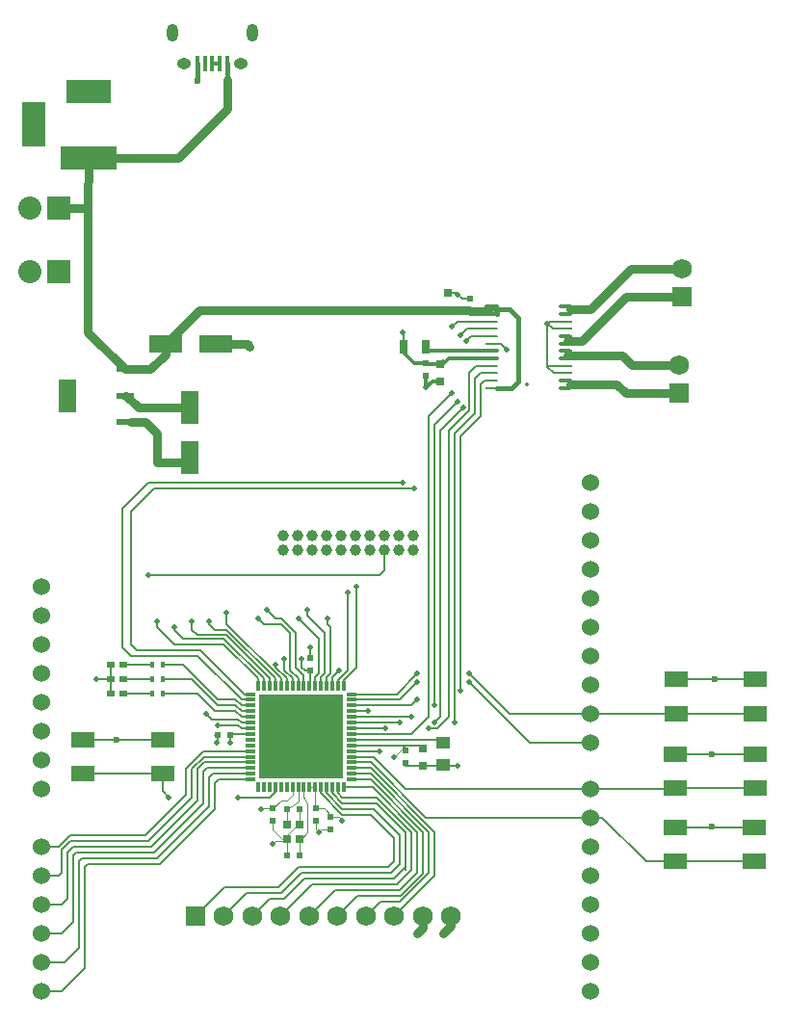
<source format=gtl>
G04 #@! TF.FileFunction,Copper,L1,Top,Signal*
%FSLAX46Y46*%
G04 Gerber Fmt 4.6, Leading zero omitted, Abs format (unit mm)*
G04 Created by KiCad (PCBNEW 4.0.2+dfsg1-stable) date lø. 14. okt. 2017 kl. 00.38 +0200*
%MOMM*%
G01*
G04 APERTURE LIST*
%ADD10C,0.100000*%
%ADD11R,2.000000X1.400000*%
%ADD12C,1.524000*%
%ADD13R,4.000000X2.000000*%
%ADD14R,5.000000X2.000000*%
%ADD15R,2.000000X4.000000*%
%ADD16R,0.600000X0.500000*%
%ADD17R,2.999740X1.600200*%
%ADD18R,1.600200X2.999740*%
%ADD19R,1.250000X1.000000*%
%ADD20R,0.400000X1.350000*%
%ADD21O,1.250000X0.950000*%
%ADD22O,1.000000X1.550000*%
%ADD23R,1.750000X1.750000*%
%ADD24C,1.750000*%
%ADD25C,1.000000*%
%ADD26R,0.700000X1.300000*%
%ADD27R,0.400000X0.600000*%
%ADD28R,0.850000X0.300000*%
%ADD29R,0.300000X0.850000*%
%ADD30R,1.837500X1.837500*%
%ADD31R,0.500000X0.600000*%
%ADD32R,0.750000X0.800000*%
%ADD33R,0.700000X0.500000*%
%ADD34R,2.032000X2.032000*%
%ADD35O,2.032000X2.032000*%
%ADD36R,1.000000X0.220000*%
%ADD37R,0.650000X0.750000*%
%ADD38R,1.600000X0.600000*%
%ADD39R,1.600000X2.900000*%
%ADD40C,0.500000*%
%ADD41C,0.600000*%
%ADD42C,0.300000*%
%ADD43C,0.800000*%
%ADD44C,0.200000*%
%ADD45C,0.400000*%
G04 APERTURE END LIST*
D10*
D11*
X123560000Y-117900000D03*
X123560000Y-120900000D03*
X130560000Y-117900000D03*
X130560000Y-120900000D03*
D12*
X67818000Y-109728000D03*
X67818000Y-114808000D03*
X67818000Y-117348000D03*
X67818000Y-119888000D03*
X67818000Y-122428000D03*
X67818000Y-124968000D03*
X67818000Y-127508000D03*
X67818000Y-132588000D03*
X67818000Y-135128000D03*
X67818000Y-137668000D03*
X67818000Y-140208000D03*
X67818000Y-142748000D03*
X67818000Y-145288000D03*
X116078000Y-145288000D03*
X116078000Y-142748000D03*
X116078000Y-140208000D03*
X116078000Y-137668000D03*
X116078000Y-135128000D03*
X116078000Y-132588000D03*
X116078000Y-130048000D03*
X116078000Y-127508000D03*
X116078000Y-123444000D03*
X116078000Y-120904000D03*
X116078000Y-118364000D03*
X116078000Y-115824000D03*
X116078000Y-113284000D03*
X116078000Y-110744000D03*
X116078000Y-108204000D03*
X116078000Y-105664000D03*
X116078000Y-103124000D03*
X116078000Y-100584000D03*
X67818000Y-112268000D03*
D13*
X71900000Y-66250000D03*
D14*
X71900000Y-72100000D03*
D15*
X67100000Y-69100000D03*
D16*
X89366000Y-129286000D03*
X90466000Y-129286000D03*
D17*
X78700360Y-88410000D03*
X83099640Y-88410000D03*
D18*
X80850000Y-94010360D03*
X80850000Y-98409640D03*
D19*
X103124000Y-123460000D03*
X103124000Y-125460000D03*
D20*
X84104900Y-63792540D03*
X83454900Y-63792540D03*
X82804900Y-63792540D03*
X82154900Y-63792540D03*
X81504900Y-63792540D03*
D21*
X85304900Y-63792540D03*
X80304900Y-63792540D03*
D22*
X86304900Y-61092540D03*
X79304900Y-61092540D03*
D23*
X123850000Y-92760000D03*
D24*
X123850000Y-90260000D03*
D23*
X124050000Y-84310000D03*
D24*
X124050000Y-81810000D03*
D25*
X89027000Y-105283000D03*
X89027000Y-106553000D03*
X90297000Y-105283000D03*
X90297000Y-106553000D03*
X91567000Y-105283000D03*
X91567000Y-106553000D03*
X92837000Y-105283000D03*
X92837000Y-106553000D03*
X94107000Y-105283000D03*
X94107000Y-106553000D03*
X95377000Y-105283000D03*
X95377000Y-106553000D03*
X96647000Y-105283000D03*
X96647000Y-106553000D03*
X97917000Y-105283000D03*
X97917000Y-106553000D03*
X99187000Y-105283000D03*
X99187000Y-106553000D03*
X100457000Y-105283000D03*
X100457000Y-106553000D03*
D23*
X81300000Y-138700000D03*
D24*
X83800000Y-138700000D03*
X86300000Y-138700000D03*
X88800000Y-138700000D03*
X91300000Y-138700000D03*
X93800000Y-138700000D03*
X96300000Y-138700000D03*
X98800000Y-138700000D03*
X101300000Y-138700000D03*
X103800000Y-138700000D03*
D26*
X101534000Y-88646000D03*
X99634000Y-88646000D03*
D27*
X78428000Y-116586000D03*
X77528000Y-116586000D03*
X78428000Y-117856000D03*
X77528000Y-117856000D03*
X78428000Y-119126000D03*
X77528000Y-119126000D03*
D28*
X86150000Y-119200000D03*
X86150000Y-119700000D03*
X86150000Y-120200000D03*
X86150000Y-120700000D03*
X86150000Y-121200000D03*
X86150000Y-121700000D03*
X86150000Y-122200000D03*
X86150000Y-122700000D03*
X86150000Y-123200000D03*
X86150000Y-123700000D03*
X86150000Y-124200000D03*
X86150000Y-124700000D03*
X86150000Y-125200000D03*
X86150000Y-125700000D03*
X86150000Y-126200000D03*
X86150000Y-126700000D03*
D29*
X86850000Y-127400000D03*
X87350000Y-127400000D03*
X87850000Y-127400000D03*
X88350000Y-127400000D03*
X88850000Y-127400000D03*
X89350000Y-127400000D03*
X89850000Y-127400000D03*
X90350000Y-127400000D03*
X90850000Y-127400000D03*
X91350000Y-127400000D03*
X91850000Y-127400000D03*
X92350000Y-127400000D03*
X92850000Y-127400000D03*
X93350000Y-127400000D03*
X93850000Y-127400000D03*
X94350000Y-127400000D03*
D28*
X95050000Y-126700000D03*
X95050000Y-126200000D03*
X95050000Y-125700000D03*
X95050000Y-125200000D03*
X95050000Y-124700000D03*
X95050000Y-124200000D03*
X95050000Y-123700000D03*
X95050000Y-123200000D03*
X95050000Y-122700000D03*
X95050000Y-122200000D03*
X95050000Y-121700000D03*
X95050000Y-121200000D03*
X95050000Y-120700000D03*
X95050000Y-120200000D03*
X95050000Y-119700000D03*
X95050000Y-119200000D03*
D29*
X94350000Y-118500000D03*
X93850000Y-118500000D03*
X93350000Y-118500000D03*
X92850000Y-118500000D03*
X92350000Y-118500000D03*
X91850000Y-118500000D03*
X91350000Y-118500000D03*
X90850000Y-118500000D03*
X90350000Y-118500000D03*
X89850000Y-118500000D03*
X89350000Y-118500000D03*
X88850000Y-118500000D03*
X88350000Y-118500000D03*
X87850000Y-118500000D03*
X87350000Y-118500000D03*
X86850000Y-118500000D03*
D30*
X93356250Y-125706250D03*
X93356250Y-123868750D03*
X93356250Y-122031250D03*
X93356250Y-120193750D03*
X91518750Y-125706250D03*
X91518750Y-123868750D03*
X91518750Y-122031250D03*
X91518750Y-120193750D03*
X89681250Y-125706250D03*
X89681250Y-123868750D03*
X89681250Y-122031250D03*
X89681250Y-120193750D03*
X87843750Y-125706250D03*
X87843750Y-123868750D03*
X87843750Y-122031250D03*
X87843750Y-120193750D03*
D16*
X90466000Y-133350000D03*
X89366000Y-133350000D03*
D31*
X101600000Y-90128000D03*
X101600000Y-91228000D03*
D32*
X102870000Y-90182000D03*
X102870000Y-91682000D03*
X103550000Y-85460000D03*
X103550000Y-83960000D03*
D31*
X105500000Y-85560000D03*
X105500000Y-84460000D03*
X91948000Y-129244000D03*
X91948000Y-130344000D03*
X88138000Y-129244000D03*
X88138000Y-130344000D03*
X91440000Y-117136000D03*
X91440000Y-116036000D03*
X93218000Y-130006000D03*
X93218000Y-131106000D03*
D16*
X84350000Y-122800000D03*
X83250000Y-122800000D03*
D31*
X99822000Y-124164000D03*
X99822000Y-125264000D03*
D32*
X101346000Y-123964000D03*
X101346000Y-125464000D03*
D33*
X73872000Y-116586000D03*
X74972000Y-116586000D03*
X73872000Y-117856000D03*
X74972000Y-117856000D03*
X73872000Y-119126000D03*
X74972000Y-119126000D03*
D34*
X69342000Y-82042000D03*
D35*
X66802000Y-82042000D03*
D34*
X69342000Y-76454000D03*
D35*
X66802000Y-76454000D03*
D36*
X107350000Y-92285000D03*
X113950000Y-92285000D03*
X107350000Y-91635000D03*
X113950000Y-91635000D03*
X107350000Y-90985000D03*
X113950000Y-90985000D03*
X107350000Y-90335000D03*
X113950000Y-90335000D03*
X107350000Y-89685000D03*
X113950000Y-89685000D03*
X107350000Y-89035000D03*
X113950000Y-89035000D03*
X107350000Y-88385000D03*
X113950000Y-88385000D03*
X107350000Y-87735000D03*
X113950000Y-87735000D03*
X107350000Y-87085000D03*
X113950000Y-87085000D03*
X107350000Y-86435000D03*
X113950000Y-86435000D03*
X107350000Y-85785000D03*
X113950000Y-85785000D03*
X107350000Y-85135000D03*
X113950000Y-85135000D03*
D11*
X123460000Y-130880000D03*
X123460000Y-133880000D03*
X130460000Y-130880000D03*
X130460000Y-133880000D03*
X123500000Y-124484000D03*
X123500000Y-127484000D03*
X130500000Y-124484000D03*
X130500000Y-127484000D03*
X71430000Y-123214000D03*
X71430000Y-126214000D03*
X78430000Y-123214000D03*
X78430000Y-126214000D03*
D37*
X90441000Y-130668000D03*
X89391000Y-130668000D03*
X90441000Y-131968000D03*
X89391000Y-131968000D03*
D38*
X75150000Y-95260000D03*
D39*
X70100000Y-92960000D03*
D38*
X75150000Y-92960000D03*
X75150000Y-90660000D03*
D40*
X83200000Y-123500000D03*
D41*
X77978000Y-98806000D03*
X74422000Y-123190000D03*
D40*
X108712000Y-88900000D03*
D41*
X81534000Y-65278000D03*
X86106000Y-88646000D03*
D40*
X104394000Y-84074000D03*
X101600000Y-92202000D03*
X112268000Y-86614000D03*
X91440000Y-115062000D03*
X72644000Y-117856000D03*
X92202000Y-131318000D03*
X88138000Y-132334000D03*
X87843750Y-123868750D03*
X104394000Y-125476000D03*
D41*
X103124000Y-140208000D03*
X76300000Y-94000000D03*
D40*
X84400000Y-123500000D03*
D41*
X126746000Y-130810000D03*
X126746000Y-124460000D03*
X127000000Y-117856000D03*
D40*
X98806000Y-124714000D03*
X99568000Y-87376000D03*
X90678000Y-116078000D03*
X94234000Y-130302000D03*
X87122000Y-129286000D03*
D41*
X100838000Y-140208000D03*
D40*
X96520000Y-120650000D03*
X105410000Y-118110000D03*
X100838000Y-118110000D03*
X105410000Y-117348000D03*
X100838000Y-117348000D03*
X77978000Y-112776000D03*
X89154000Y-116078000D03*
X88392000Y-116586000D03*
X77216000Y-108712000D03*
X85090000Y-128270000D03*
X78994000Y-128270000D03*
X100838000Y-119634000D03*
X104648000Y-118872000D03*
X104140000Y-121666000D03*
X97536000Y-124206000D03*
X98044000Y-122174000D03*
X101854000Y-122174000D03*
X99314000Y-121666000D03*
X102362000Y-121666000D03*
X104902000Y-93980000D03*
X105156000Y-88138000D03*
X100330000Y-121158000D03*
X102362000Y-120142000D03*
X104394000Y-93472000D03*
X104648000Y-87630000D03*
X103886000Y-92710000D03*
X103886000Y-86868000D03*
X95504000Y-109728000D03*
X94742000Y-110236000D03*
X93980000Y-117094000D03*
X100584000Y-101092000D03*
X99568000Y-100584000D03*
X87630000Y-111760000D03*
X86868000Y-112522000D03*
X84074000Y-112014000D03*
X82550000Y-112776000D03*
X81026000Y-112776000D03*
X79502000Y-113284000D03*
X92964000Y-112522000D03*
X91186000Y-111760000D03*
X90424000Y-112522000D03*
X82296000Y-120904000D03*
X83312000Y-121920000D03*
D42*
X110450000Y-91985000D02*
X110425000Y-91960000D01*
D43*
X71882000Y-87392000D02*
X75150000Y-90660000D01*
X71882000Y-85217000D02*
X71882000Y-87392000D01*
X77361000Y-90660000D02*
X75150000Y-90660000D01*
X78700360Y-88410000D02*
X78700360Y-89320640D01*
X78700360Y-89320640D02*
X77361000Y-90660000D01*
D44*
X75150000Y-90660000D02*
X75150000Y-90517000D01*
D43*
X71882000Y-85217000D02*
X71882000Y-76454000D01*
X71882000Y-85092000D02*
X71882000Y-85217000D01*
X71900000Y-72100000D02*
X79800000Y-72100000D01*
X84104900Y-67795100D02*
X84104900Y-65247100D01*
X79800000Y-72100000D02*
X84104900Y-67795100D01*
X69342000Y-76454000D02*
X71882000Y-76454000D01*
D45*
X107850000Y-85785000D02*
X107850000Y-85344000D01*
X107850000Y-85344000D02*
X107950000Y-85344000D01*
D42*
X107850000Y-85785000D02*
X107001000Y-85785000D01*
X107001000Y-85785000D02*
X106934000Y-85718000D01*
X106934000Y-85718000D02*
X106934000Y-85090000D01*
X106934000Y-85090000D02*
X106979000Y-85135000D01*
X106979000Y-85135000D02*
X107850000Y-85135000D01*
D45*
X107850000Y-92285000D02*
X109137000Y-92285000D01*
X108966000Y-85344000D02*
X107950000Y-85344000D01*
X109728000Y-86106000D02*
X108966000Y-85344000D01*
X109728000Y-91694000D02*
X109728000Y-86106000D01*
X109137000Y-92285000D02*
X109728000Y-91694000D01*
X107950000Y-85344000D02*
X107696000Y-85344000D01*
X106426000Y-85560000D02*
X106426000Y-85598000D01*
X106426000Y-85598000D02*
X106426000Y-85560000D01*
X84104900Y-63792540D02*
X84104900Y-65247100D01*
X84104900Y-65247100D02*
X84074000Y-65278000D01*
D43*
X103550000Y-85460000D02*
X81650360Y-85460000D01*
X81650360Y-85460000D02*
X78700360Y-88410000D01*
X103550000Y-85460000D02*
X105400000Y-85460000D01*
X105400000Y-85460000D02*
X105500000Y-85560000D01*
X105500000Y-85560000D02*
X106426000Y-85560000D01*
X106426000Y-85560000D02*
X106972000Y-85560000D01*
X106972000Y-85560000D02*
X107188000Y-85344000D01*
X71900000Y-72100000D02*
X71882000Y-76454000D01*
D44*
X83250000Y-122800000D02*
X83250000Y-123450000D01*
X83250000Y-123450000D02*
X83200000Y-123500000D01*
D43*
X77978000Y-96266000D02*
X76962000Y-95250000D01*
X77978000Y-98806000D02*
X80453640Y-98806000D01*
X75692000Y-95250000D02*
X76962000Y-95250000D01*
X77978000Y-98806000D02*
X77978000Y-96266000D01*
D44*
X71430000Y-123214000D02*
X74398000Y-123214000D01*
X74446000Y-123214000D02*
X74422000Y-123190000D01*
X74446000Y-123214000D02*
X78430000Y-123214000D01*
X74398000Y-123214000D02*
X74422000Y-123190000D01*
X107850000Y-88385000D02*
X108197000Y-88385000D01*
X108197000Y-88385000D02*
X108712000Y-88900000D01*
X105500000Y-84460000D02*
X104780000Y-84460000D01*
X104780000Y-84460000D02*
X104394000Y-84074000D01*
D45*
X81504900Y-63792540D02*
X81504900Y-65307100D01*
X81504900Y-65307100D02*
X81534000Y-65278000D01*
D43*
X83099640Y-88410000D02*
X85870000Y-88410000D01*
X85870000Y-88410000D02*
X86106000Y-88646000D01*
D44*
X104280000Y-83960000D02*
X103550000Y-83960000D01*
X104280000Y-83960000D02*
X104394000Y-84074000D01*
X104780000Y-84460000D02*
X104394000Y-84074000D01*
D42*
X102870000Y-91682000D02*
X102120000Y-91682000D01*
X101600000Y-92202000D02*
X101600000Y-91228000D01*
X102120000Y-91682000D02*
X101600000Y-92202000D01*
D44*
X113450000Y-90335000D02*
X112268000Y-90335000D01*
X112268000Y-90335000D02*
X112268000Y-90424000D01*
X113450000Y-90985000D02*
X112829000Y-90985000D01*
X112268000Y-90424000D02*
X112268000Y-86614000D01*
X112829000Y-90985000D02*
X112268000Y-90424000D01*
X113450000Y-87085000D02*
X112739000Y-87085000D01*
X112447000Y-86435000D02*
X112268000Y-86614000D01*
X112447000Y-86435000D02*
X113450000Y-86435000D01*
X112739000Y-87085000D02*
X112268000Y-86614000D01*
D43*
X80453640Y-98806000D02*
X80850000Y-98409640D01*
D44*
X83250000Y-122800000D02*
X83038000Y-122800000D01*
X101346000Y-125464000D02*
X100342000Y-125464000D01*
X91440000Y-116036000D02*
X91440000Y-115062000D01*
X73872000Y-117856000D02*
X72644000Y-117856000D01*
X73872000Y-117856000D02*
X73872000Y-116586000D01*
X73872000Y-119126000D02*
X73872000Y-117856000D01*
D10*
X90466000Y-129286000D02*
X90466000Y-130528000D01*
X90466000Y-130528000D02*
X89391000Y-131603000D01*
X89391000Y-131603000D02*
X89391000Y-132083000D01*
X93218000Y-131106000D02*
X92414000Y-131106000D01*
X91948000Y-131064000D02*
X92202000Y-131318000D01*
X91948000Y-131064000D02*
X91948000Y-130344000D01*
X92414000Y-131106000D02*
X92202000Y-131318000D01*
X89391000Y-132083000D02*
X88389000Y-132083000D01*
X88389000Y-132083000D02*
X88138000Y-132334000D01*
X89391000Y-132083000D02*
X89157000Y-132083000D01*
X88138000Y-131064000D02*
X88138000Y-130344000D01*
X89157000Y-132083000D02*
X88138000Y-131064000D01*
X89366000Y-133350000D02*
X89366000Y-132108000D01*
X90441000Y-129311000D02*
X90466000Y-129286000D01*
D44*
X87843750Y-125706250D02*
X87843750Y-123868750D01*
X99822000Y-125464000D02*
X100342000Y-125464000D01*
X100342000Y-125464000D02*
X103120000Y-125464000D01*
X103120000Y-125464000D02*
X103132000Y-125476000D01*
X103132000Y-125476000D02*
X104394000Y-125476000D01*
D10*
X87843750Y-120193750D02*
X89681250Y-120193750D01*
X89681250Y-120193750D02*
X91518750Y-120193750D01*
X91518750Y-120193750D02*
X93356250Y-120193750D01*
X93356250Y-120193750D02*
X93356250Y-122031250D01*
X93356250Y-122031250D02*
X91518750Y-122031250D01*
X91518750Y-122031250D02*
X89681250Y-122031250D01*
X89681250Y-122031250D02*
X87843750Y-122031250D01*
X87843750Y-122031250D02*
X87843750Y-123868750D01*
X87843750Y-123868750D02*
X89681250Y-123868750D01*
X89681250Y-123868750D02*
X91518750Y-123868750D01*
X91518750Y-123868750D02*
X93356250Y-123868750D01*
X93356250Y-123868750D02*
X93356250Y-125706250D01*
X93356250Y-125706250D02*
X91518750Y-125706250D01*
X91518750Y-125706250D02*
X89681250Y-125706250D01*
X89681250Y-125706250D02*
X87843750Y-125706250D01*
X91518750Y-122031250D02*
X89681250Y-122031250D01*
D43*
X103800000Y-138700000D02*
X103800000Y-139532000D01*
X103800000Y-139532000D02*
X103124000Y-140208000D01*
D10*
X89366000Y-133350000D02*
X89154000Y-133350000D01*
X89391000Y-132083000D02*
X89391000Y-132097000D01*
D43*
X75150000Y-92960000D02*
X75260000Y-92960000D01*
X75260000Y-92960000D02*
X76300000Y-94000000D01*
X80850000Y-94010360D02*
X76310360Y-94010360D01*
X76310360Y-94010360D02*
X76300000Y-94000000D01*
D44*
X86150000Y-122700000D02*
X84450000Y-122700000D01*
X84450000Y-122700000D02*
X84350000Y-122800000D01*
X84350000Y-122800000D02*
X84350000Y-123450000D01*
X84350000Y-123450000D02*
X84400000Y-123500000D01*
X130460000Y-130880000D02*
X126816000Y-130880000D01*
X126676000Y-130880000D02*
X126746000Y-130810000D01*
X126676000Y-130880000D02*
X123460000Y-130880000D01*
X126816000Y-130880000D02*
X126746000Y-130810000D01*
X130500000Y-124484000D02*
X126770000Y-124484000D01*
X126722000Y-124484000D02*
X126746000Y-124460000D01*
X126722000Y-124484000D02*
X123500000Y-124484000D01*
X126770000Y-124484000D02*
X126746000Y-124460000D01*
X130560000Y-117900000D02*
X127044000Y-117900000D01*
X126956000Y-117900000D02*
X127000000Y-117856000D01*
X126956000Y-117900000D02*
X123560000Y-117900000D01*
X127044000Y-117900000D02*
X127000000Y-117856000D01*
D10*
X99556000Y-123964000D02*
X98806000Y-124714000D01*
X99822000Y-123964000D02*
X99556000Y-123964000D01*
D44*
X95050000Y-123700000D02*
X99568000Y-123700000D01*
D42*
X99634000Y-88646000D02*
X99634000Y-89220000D01*
X99634000Y-89220000D02*
X100542000Y-90128000D01*
X100542000Y-90128000D02*
X101600000Y-90128000D01*
X102870000Y-90182000D02*
X103112000Y-90182000D01*
X103112000Y-90182000D02*
X103609000Y-89685000D01*
X103609000Y-89685000D02*
X107850000Y-89685000D01*
D44*
X99634000Y-88646000D02*
X99634000Y-87442000D01*
X99634000Y-87442000D02*
X99568000Y-87376000D01*
D42*
X102870000Y-90182000D02*
X101654000Y-90182000D01*
X101654000Y-90182000D02*
X101600000Y-90128000D01*
X103113000Y-89939000D02*
X102870000Y-90182000D01*
D44*
X84368000Y-122818000D02*
X84350000Y-122800000D01*
X99568000Y-123700000D02*
X101082000Y-123700000D01*
X101082000Y-123700000D02*
X101346000Y-123964000D01*
X91440000Y-117136000D02*
X90974000Y-117136000D01*
X90678000Y-116840000D02*
X90678000Y-116078000D01*
X90974000Y-117136000D02*
X90678000Y-116840000D01*
D10*
X93218000Y-130006000D02*
X93938000Y-130006000D01*
X93938000Y-130006000D02*
X94234000Y-130302000D01*
X93218000Y-130006000D02*
X93218000Y-129794000D01*
X93218000Y-129794000D02*
X92668000Y-129244000D01*
X92668000Y-129244000D02*
X91948000Y-129244000D01*
X91948000Y-129244000D02*
X91850000Y-129146000D01*
X91850000Y-129146000D02*
X91850000Y-127400000D01*
X91850000Y-127400000D02*
X91350000Y-127400000D01*
X88138000Y-129244000D02*
X87164000Y-129244000D01*
X87164000Y-129244000D02*
X87122000Y-129286000D01*
X89850000Y-127400000D02*
X89850000Y-128082000D01*
X88858000Y-128524000D02*
X88138000Y-129244000D01*
X89408000Y-128524000D02*
X88858000Y-128524000D01*
X89850000Y-128082000D02*
X89408000Y-128524000D01*
D44*
X91440000Y-117136000D02*
X91440000Y-118410000D01*
X91440000Y-118410000D02*
X91350000Y-118500000D01*
X86132000Y-122682000D02*
X86150000Y-122700000D01*
X99568000Y-123700000D02*
X99558000Y-123700000D01*
X99558000Y-123700000D02*
X99822000Y-123964000D01*
D43*
X101300000Y-138700000D02*
X101300000Y-139746000D01*
X101300000Y-139746000D02*
X100838000Y-140208000D01*
X123850000Y-92760000D02*
X119176000Y-92760000D01*
X118364000Y-91948000D02*
X114300000Y-91948000D01*
X119176000Y-92760000D02*
X118364000Y-91948000D01*
D42*
X113450000Y-92285000D02*
X114217000Y-92285000D01*
X114241000Y-91635000D02*
X113450000Y-91635000D01*
X114300000Y-91694000D02*
X114241000Y-91635000D01*
X114300000Y-92202000D02*
X114300000Y-91948000D01*
X114300000Y-91948000D02*
X114300000Y-91694000D01*
X114217000Y-92285000D02*
X114300000Y-92202000D01*
D43*
X123850000Y-90260000D02*
X119724000Y-90260000D01*
X118872000Y-89408000D02*
X114046000Y-89408000D01*
X119724000Y-90260000D02*
X118872000Y-89408000D01*
D42*
X113450000Y-89685000D02*
X114277000Y-89685000D01*
X114181000Y-89035000D02*
X113450000Y-89035000D01*
X114300000Y-89154000D02*
X114181000Y-89035000D01*
X114300000Y-89662000D02*
X114300000Y-89154000D01*
X114277000Y-89685000D02*
X114300000Y-89662000D01*
D43*
X124050000Y-81810000D02*
X119612000Y-81810000D01*
X116078000Y-85344000D02*
X114300000Y-85344000D01*
X119612000Y-81810000D02*
X116078000Y-85344000D01*
D42*
X113450000Y-85785000D02*
X114233000Y-85785000D01*
X114255000Y-85135000D02*
X113450000Y-85135000D01*
X114300000Y-85090000D02*
X114255000Y-85135000D01*
X114300000Y-85718000D02*
X114300000Y-85344000D01*
X114300000Y-85344000D02*
X114300000Y-85090000D01*
X114233000Y-85785000D02*
X114300000Y-85718000D01*
D43*
X124050000Y-84310000D02*
X119144000Y-84310000D01*
X115316000Y-88138000D02*
X114046000Y-88138000D01*
X119144000Y-84310000D02*
X115316000Y-88138000D01*
D42*
X113450000Y-88385000D02*
X114293000Y-88385000D01*
X114151000Y-87735000D02*
X113450000Y-87735000D01*
X114300000Y-87884000D02*
X114151000Y-87735000D01*
X114300000Y-88378000D02*
X114300000Y-87884000D01*
X114293000Y-88385000D02*
X114300000Y-88378000D01*
D44*
X95050000Y-120700000D02*
X96470000Y-120700000D01*
X96470000Y-120700000D02*
X96520000Y-120650000D01*
X95050000Y-119700000D02*
X99248000Y-119700000D01*
X110744000Y-123444000D02*
X116078000Y-123444000D01*
X105410000Y-118110000D02*
X110744000Y-123444000D01*
X99248000Y-119700000D02*
X100838000Y-118110000D01*
X116078000Y-120904000D02*
X123556000Y-120904000D01*
X123556000Y-120904000D02*
X123560000Y-120900000D01*
X123560000Y-120900000D02*
X130560000Y-120900000D01*
X95050000Y-119200000D02*
X98986000Y-119200000D01*
X108966000Y-120904000D02*
X116078000Y-120904000D01*
X105410000Y-117348000D02*
X108966000Y-120904000D01*
X98986000Y-119200000D02*
X100838000Y-117348000D01*
X123460000Y-133880000D02*
X130460000Y-133880000D01*
X116078000Y-130048000D02*
X117094000Y-130048000D01*
X120926000Y-133880000D02*
X123460000Y-133880000D01*
X117094000Y-130048000D02*
X120926000Y-133880000D01*
X95050000Y-125200000D02*
X96752000Y-125200000D01*
X101600000Y-130048000D02*
X116078000Y-130048000D01*
X96752000Y-125200000D02*
X101600000Y-130048000D01*
X86850000Y-118500000D02*
X86850000Y-117838000D01*
X77978000Y-113284000D02*
X77978000Y-112776000D01*
X79502000Y-114808000D02*
X77978000Y-113284000D01*
X83820000Y-114808000D02*
X79502000Y-114808000D01*
X86850000Y-117838000D02*
X83820000Y-114808000D01*
X86150000Y-126200000D02*
X82842000Y-126200000D01*
X69850000Y-142748000D02*
X67818000Y-142748000D01*
X71120000Y-141478000D02*
X69850000Y-142748000D01*
X71120000Y-133858000D02*
X71120000Y-141478000D01*
X71374000Y-133604000D02*
X71120000Y-133858000D01*
X77978000Y-133604000D02*
X71374000Y-133604000D01*
X82550000Y-129032000D02*
X77978000Y-133604000D01*
X82550000Y-126492000D02*
X82550000Y-129032000D01*
X82842000Y-126200000D02*
X82550000Y-126492000D01*
X86150000Y-126700000D02*
X83358000Y-126700000D01*
X69596000Y-145288000D02*
X67818000Y-145288000D01*
X71628000Y-143256000D02*
X69596000Y-145288000D01*
X71628000Y-134366000D02*
X71628000Y-143256000D01*
X71882000Y-134112000D02*
X71628000Y-134366000D01*
X78232000Y-134112000D02*
X71882000Y-134112000D01*
X83058000Y-129286000D02*
X78232000Y-134112000D01*
X83058000Y-127000000D02*
X83058000Y-129286000D01*
X83358000Y-126700000D02*
X83058000Y-127000000D01*
X89850000Y-118500000D02*
X89850000Y-117790000D01*
X89154000Y-117094000D02*
X89154000Y-116078000D01*
X89850000Y-117790000D02*
X89154000Y-117094000D01*
X89350000Y-118500000D02*
X89350000Y-117798000D01*
X88392000Y-116840000D02*
X88392000Y-116586000D01*
X89350000Y-117798000D02*
X88392000Y-116840000D01*
X78430000Y-126214000D02*
X71430000Y-126214000D01*
X91694000Y-108712000D02*
X97536000Y-108712000D01*
X97536000Y-108712000D02*
X97790000Y-108458000D01*
X97917000Y-106553000D02*
X97917000Y-108331000D01*
X97917000Y-108331000D02*
X97790000Y-108458000D01*
X77216000Y-108712000D02*
X77470000Y-108712000D01*
X77470000Y-108712000D02*
X91694000Y-108712000D01*
X88350000Y-127400000D02*
X88350000Y-127804000D01*
X88350000Y-127804000D02*
X87884000Y-128270000D01*
X87884000Y-128270000D02*
X85598000Y-128270000D01*
X85598000Y-128270000D02*
X85090000Y-128270000D01*
X78994000Y-128270000D02*
X78450000Y-127726000D01*
X78450000Y-127726000D02*
X78450000Y-126403000D01*
X107850000Y-91635000D02*
X106739000Y-91635000D01*
X106739000Y-91635000D02*
X106426000Y-91948000D01*
X100838000Y-119634000D02*
X100330000Y-120142000D01*
X100330000Y-120142000D02*
X95108000Y-120142000D01*
X95108000Y-120142000D02*
X95050000Y-120200000D01*
X104648000Y-96520000D02*
X104648000Y-118872000D01*
X106426000Y-94742000D02*
X104648000Y-96520000D01*
X106426000Y-91948000D02*
X106426000Y-94742000D01*
X95050000Y-124200000D02*
X96272000Y-124200000D01*
X97536000Y-124206000D02*
X96272000Y-124200000D01*
X107850000Y-90985000D02*
X106373000Y-90985000D01*
X104140000Y-96266000D02*
X104140000Y-121666000D01*
X105918000Y-94488000D02*
X104140000Y-96266000D01*
X105918000Y-91440000D02*
X105918000Y-94488000D01*
X106373000Y-90985000D02*
X105918000Y-91440000D01*
X107850000Y-90335000D02*
X106007000Y-90335000D01*
X103632000Y-96012000D02*
X103632000Y-121158000D01*
X105410000Y-94234000D02*
X103632000Y-96012000D01*
X105410000Y-90932000D02*
X105410000Y-94234000D01*
X106007000Y-90335000D02*
X105410000Y-90932000D01*
X98018000Y-122200000D02*
X95050000Y-122200000D01*
X98044000Y-122174000D02*
X98018000Y-122200000D01*
X102616000Y-122174000D02*
X101854000Y-122174000D01*
X103632000Y-121158000D02*
X102616000Y-122174000D01*
X107850000Y-87735000D02*
X105559000Y-87735000D01*
X99280000Y-121700000D02*
X95050000Y-121700000D01*
X99314000Y-121666000D02*
X99280000Y-121700000D01*
X102870000Y-121158000D02*
X102362000Y-121666000D01*
X102870000Y-96012000D02*
X102870000Y-121158000D01*
X104902000Y-93980000D02*
X102870000Y-96012000D01*
X105559000Y-87735000D02*
X105156000Y-88138000D01*
X107850000Y-87085000D02*
X105193000Y-87085000D01*
X100288000Y-121200000D02*
X95050000Y-121200000D01*
X100330000Y-121158000D02*
X100288000Y-121200000D01*
X102362000Y-95504000D02*
X102362000Y-120142000D01*
X104394000Y-93472000D02*
X102362000Y-95504000D01*
X105156000Y-87122000D02*
X104648000Y-87630000D01*
X105193000Y-87085000D02*
X105156000Y-87122000D01*
X101854000Y-94742000D02*
X101854000Y-121158000D01*
X103886000Y-92710000D02*
X101854000Y-94742000D01*
X104319000Y-86435000D02*
X103886000Y-86868000D01*
X101854000Y-121158000D02*
X100312000Y-122700000D01*
X95050000Y-122700000D02*
X100312000Y-122700000D01*
X104319000Y-86435000D02*
X107850000Y-86435000D01*
X67818000Y-132588000D02*
X69342000Y-132588000D01*
X82048000Y-124200000D02*
X86150000Y-124200000D01*
X80518000Y-125730000D02*
X82048000Y-124200000D01*
X80518000Y-128016000D02*
X80518000Y-125730000D01*
X76962000Y-131572000D02*
X80518000Y-128016000D01*
X70358000Y-131572000D02*
X76962000Y-131572000D01*
X69342000Y-132588000D02*
X70358000Y-131572000D01*
X86150000Y-124700000D02*
X82056000Y-124700000D01*
X69342000Y-135128000D02*
X67818000Y-135128000D01*
X69596000Y-134874000D02*
X69342000Y-135128000D01*
X69596000Y-132842000D02*
X69596000Y-134874000D01*
X70358000Y-132080000D02*
X69596000Y-132842000D01*
X77216000Y-132080000D02*
X70358000Y-132080000D01*
X81026000Y-128270000D02*
X77216000Y-132080000D01*
X81026000Y-125730000D02*
X81026000Y-128270000D01*
X82056000Y-124700000D02*
X81026000Y-125730000D01*
X86150000Y-125200000D02*
X82064000Y-125200000D01*
X69596000Y-137668000D02*
X67818000Y-137668000D01*
X70104000Y-137160000D02*
X69596000Y-137668000D01*
X70104000Y-133096000D02*
X70104000Y-137160000D01*
X70612000Y-132588000D02*
X70104000Y-133096000D01*
X77470000Y-132588000D02*
X70612000Y-132588000D01*
X81534000Y-128524000D02*
X77470000Y-132588000D01*
X81534000Y-125730000D02*
X81534000Y-128524000D01*
X82064000Y-125200000D02*
X81534000Y-125730000D01*
X71120000Y-133096000D02*
X77470000Y-133096000D01*
X71120000Y-133096000D02*
X70866000Y-133096000D01*
X70866000Y-133096000D02*
X70612000Y-133350000D01*
X70612000Y-133350000D02*
X70612000Y-139192000D01*
X70612000Y-139192000D02*
X69596000Y-140208000D01*
X67818000Y-140208000D02*
X69596000Y-140208000D01*
X82326000Y-125700000D02*
X86150000Y-125700000D01*
X82042000Y-125984000D02*
X82326000Y-125700000D01*
X82042000Y-128778000D02*
X82042000Y-125984000D01*
X77724000Y-133096000D02*
X82042000Y-128778000D01*
X77470000Y-133096000D02*
X77724000Y-133096000D01*
X123500000Y-127484000D02*
X130500000Y-127484000D01*
X116078000Y-127508000D02*
X123476000Y-127508000D01*
X123476000Y-127508000D02*
X123500000Y-127484000D01*
X95050000Y-124700000D02*
X97014000Y-124700000D01*
X99822000Y-127508000D02*
X116078000Y-127508000D01*
X97014000Y-124700000D02*
X99822000Y-127508000D01*
X94350000Y-118500000D02*
X94350000Y-117994000D01*
X95504000Y-116840000D02*
X95504000Y-109728000D01*
X94350000Y-117994000D02*
X95504000Y-116840000D01*
X93850000Y-118500000D02*
X93850000Y-117986000D01*
X94742000Y-117094000D02*
X94742000Y-110236000D01*
X93850000Y-117986000D02*
X94742000Y-117094000D01*
X93350000Y-118500000D02*
X93350000Y-117724000D01*
X93350000Y-117724000D02*
X93980000Y-117094000D01*
X77528000Y-116586000D02*
X74972000Y-116586000D01*
X77528000Y-117856000D02*
X74972000Y-117856000D01*
X77528000Y-119126000D02*
X74972000Y-119126000D01*
D42*
X83454900Y-63792540D02*
X82804900Y-63792540D01*
D44*
X77724000Y-101092000D02*
X100584000Y-101092000D01*
X75692000Y-103124000D02*
X77724000Y-101092000D01*
X75692000Y-114808000D02*
X75692000Y-103124000D01*
X76200000Y-115316000D02*
X75692000Y-114808000D01*
X81788000Y-115316000D02*
X76200000Y-115316000D01*
X86150000Y-119200000D02*
X85672000Y-119200000D01*
X85672000Y-119200000D02*
X81788000Y-115316000D01*
X86150000Y-119700000D02*
X85410000Y-119700000D01*
X77216000Y-100584000D02*
X99568000Y-100584000D01*
X74930000Y-102870000D02*
X77216000Y-100584000D01*
X74930000Y-115062000D02*
X74930000Y-102870000D01*
X75692000Y-115824000D02*
X74930000Y-115062000D01*
X81534000Y-115824000D02*
X75692000Y-115824000D01*
X85410000Y-119700000D02*
X81534000Y-115824000D01*
X90850000Y-118500000D02*
X90850000Y-117520000D01*
X88392000Y-112522000D02*
X87630000Y-111760000D01*
X88900000Y-112522000D02*
X88392000Y-112522000D01*
X90170000Y-113792000D02*
X88900000Y-112522000D01*
X90170000Y-116840000D02*
X90170000Y-113792000D01*
X90850000Y-117520000D02*
X90170000Y-116840000D01*
X90350000Y-118500000D02*
X90350000Y-117782000D01*
X87376000Y-113030000D02*
X86868000Y-112522000D01*
X88900000Y-113030000D02*
X87376000Y-113030000D01*
X89662000Y-113792000D02*
X88900000Y-113030000D01*
X89662000Y-117094000D02*
X89662000Y-113792000D01*
X90350000Y-117782000D02*
X89662000Y-117094000D01*
X88850000Y-118500000D02*
X88850000Y-117806000D01*
X84074000Y-113030000D02*
X84074000Y-112014000D01*
X88850000Y-117806000D02*
X84074000Y-113030000D01*
X88350000Y-118500000D02*
X88350000Y-117814000D01*
X82550000Y-113030000D02*
X82550000Y-112776000D01*
X83058000Y-113538000D02*
X82550000Y-113030000D01*
X84074000Y-113538000D02*
X83058000Y-113538000D01*
X88350000Y-117814000D02*
X84074000Y-113538000D01*
X87850000Y-118500000D02*
X87850000Y-117822000D01*
X81026000Y-113538000D02*
X81026000Y-112776000D01*
X81487998Y-113999998D02*
X81026000Y-113538000D01*
X84027998Y-113999998D02*
X81487998Y-113999998D01*
X87850000Y-117822000D02*
X84027998Y-113999998D01*
X87350000Y-118500000D02*
X87350000Y-117830000D01*
X79502000Y-113538000D02*
X79502000Y-113284000D01*
X80264000Y-114300000D02*
X79502000Y-113538000D01*
X83820000Y-114300000D02*
X80264000Y-114300000D01*
X87350000Y-117830000D02*
X83820000Y-114300000D01*
X92850000Y-118500000D02*
X92850000Y-117716000D01*
X92964000Y-113030000D02*
X92964000Y-112522000D01*
X93218000Y-113284000D02*
X92964000Y-113030000D01*
X93218000Y-117348000D02*
X93218000Y-113284000D01*
X92850000Y-117716000D02*
X93218000Y-117348000D01*
X92350000Y-118500000D02*
X92350000Y-117708000D01*
X91186000Y-112268000D02*
X91186000Y-111760000D01*
X92710000Y-113792000D02*
X91186000Y-112268000D01*
X92710000Y-117348000D02*
X92710000Y-113792000D01*
X92350000Y-117708000D02*
X92710000Y-117348000D01*
X91850000Y-118500000D02*
X91850000Y-117700000D01*
X92202000Y-114300000D02*
X90424000Y-112522000D01*
X92202000Y-117348000D02*
X92202000Y-114300000D01*
X91850000Y-117700000D02*
X92202000Y-117348000D01*
X92350000Y-127400000D02*
X92350000Y-127910000D01*
X83856000Y-136144000D02*
X81300000Y-138700000D01*
X88646000Y-136144000D02*
X83856000Y-136144000D01*
X90424000Y-134366000D02*
X88646000Y-136144000D01*
X98298000Y-134366000D02*
X90424000Y-134366000D01*
X98806000Y-133858000D02*
X98298000Y-134366000D01*
X98806000Y-131826000D02*
X98806000Y-133858000D01*
X96774000Y-129794000D02*
X98806000Y-131826000D01*
X94234000Y-129794000D02*
X96774000Y-129794000D01*
X92350000Y-127910000D02*
X94234000Y-129794000D01*
X92850000Y-127400000D02*
X92850000Y-127902000D01*
X85848000Y-136652000D02*
X83800000Y-138700000D01*
X88900000Y-136652000D02*
X85848000Y-136652000D01*
X90678000Y-134874000D02*
X88900000Y-136652000D01*
X98552000Y-134874000D02*
X90678000Y-134874000D01*
X99314000Y-134112000D02*
X98552000Y-134874000D01*
X99314000Y-131572000D02*
X99314000Y-134112000D01*
X97028000Y-129286000D02*
X99314000Y-131572000D01*
X94234000Y-129286000D02*
X97028000Y-129286000D01*
X92850000Y-127902000D02*
X94234000Y-129286000D01*
X93350000Y-127400000D02*
X93350000Y-127894000D01*
X87840000Y-137160000D02*
X86300000Y-138700000D01*
X89154000Y-137160000D02*
X87840000Y-137160000D01*
X90932000Y-135382000D02*
X89154000Y-137160000D01*
X98806000Y-135382000D02*
X90932000Y-135382000D01*
X99822000Y-134366000D02*
X98806000Y-135382000D01*
X99822000Y-134620000D02*
X99822000Y-134366000D01*
X99822000Y-131318000D02*
X99822000Y-134620000D01*
X97282000Y-128778000D02*
X99822000Y-131318000D01*
X94234000Y-128778000D02*
X97282000Y-128778000D01*
X93350000Y-127894000D02*
X94234000Y-128778000D01*
X86360000Y-138640000D02*
X86300000Y-138700000D01*
X93850000Y-127400000D02*
X93850000Y-127886000D01*
X91610000Y-135890000D02*
X88800000Y-138700000D01*
X99060000Y-135890000D02*
X91610000Y-135890000D01*
X100330000Y-134620000D02*
X99060000Y-135890000D01*
X100330000Y-131318000D02*
X100330000Y-134620000D01*
X97282000Y-128270000D02*
X100330000Y-131318000D01*
X94234000Y-128270000D02*
X97282000Y-128270000D01*
X93850000Y-127886000D02*
X94234000Y-128270000D01*
X94350000Y-127400000D02*
X96920000Y-127400000D01*
X93602000Y-136398000D02*
X91300000Y-138700000D01*
X99314000Y-136398000D02*
X93602000Y-136398000D01*
X100838000Y-134874000D02*
X99314000Y-136398000D01*
X100838000Y-131318000D02*
X100838000Y-134874000D01*
X96920000Y-127400000D02*
X100838000Y-131318000D01*
X95050000Y-126700000D02*
X96728000Y-126700000D01*
X95594000Y-136906000D02*
X93800000Y-138700000D01*
X99397734Y-136906000D02*
X95594000Y-136906000D01*
X101346000Y-134957734D02*
X99397734Y-136906000D01*
X101346000Y-131318000D02*
X101346000Y-134957734D01*
X96728000Y-126700000D02*
X101346000Y-131318000D01*
X101854000Y-131318000D02*
X101854000Y-134874000D01*
X96736000Y-126200000D02*
X101854000Y-131318000D01*
X95050000Y-126200000D02*
X96736000Y-126200000D01*
X97586000Y-137414000D02*
X96300000Y-138700000D01*
X99314000Y-137414000D02*
X97586000Y-137414000D01*
X101854000Y-134874000D02*
X99314000Y-137414000D01*
X95050000Y-125700000D02*
X96744000Y-125700000D01*
X102362000Y-135138000D02*
X98800000Y-138700000D01*
X102362000Y-131318000D02*
X102362000Y-135138000D01*
X96744000Y-125700000D02*
X102362000Y-131318000D01*
X86150000Y-121700000D02*
X85378000Y-121700000D01*
X82804000Y-121412000D02*
X82296000Y-120904000D01*
X85090000Y-121412000D02*
X82804000Y-121412000D01*
X85378000Y-121700000D02*
X85090000Y-121412000D01*
X86150000Y-122200000D02*
X85370000Y-122200000D01*
X85090000Y-121920000D02*
X83312000Y-121920000D01*
X85370000Y-122200000D02*
X85090000Y-121920000D01*
D10*
X89391000Y-130553000D02*
X89391000Y-129311000D01*
X89391000Y-129311000D02*
X90350000Y-128606000D01*
X90350000Y-128606000D02*
X90350000Y-127400000D01*
X89366000Y-130528000D02*
X89391000Y-130553000D01*
X90466000Y-133350000D02*
X90466000Y-132108000D01*
X90466000Y-132108000D02*
X90441000Y-132083000D01*
X90850000Y-127400000D02*
X90850000Y-128188000D01*
X91186000Y-131338000D02*
X90441000Y-132083000D01*
X91186000Y-128778000D02*
X91186000Y-131338000D01*
X90850000Y-128188000D02*
X91186000Y-128778000D01*
X90416000Y-132108000D02*
X90441000Y-132083000D01*
D42*
X107850000Y-89035000D02*
X101923000Y-89035000D01*
X101923000Y-89035000D02*
X101534000Y-88646000D01*
X101669000Y-88781000D02*
X101534000Y-88646000D01*
D44*
X86150000Y-120200000D02*
X85402000Y-120200000D01*
X80264000Y-116586000D02*
X78428000Y-116586000D01*
X83312000Y-119634000D02*
X80264000Y-116586000D01*
X84836000Y-119634000D02*
X83312000Y-119634000D01*
X85402000Y-120200000D02*
X84836000Y-119634000D01*
X86150000Y-120700000D02*
X85394000Y-120700000D01*
X81026000Y-117856000D02*
X78428000Y-117856000D01*
X83312000Y-120142000D02*
X81026000Y-117856000D01*
X84836000Y-120142000D02*
X83312000Y-120142000D01*
X85394000Y-120700000D02*
X84836000Y-120142000D01*
X86150000Y-121200000D02*
X85386000Y-121200000D01*
X81534000Y-119126000D02*
X78428000Y-119126000D01*
X83058000Y-120650000D02*
X81534000Y-119126000D01*
X84836000Y-120650000D02*
X83058000Y-120650000D01*
X85386000Y-121200000D02*
X84836000Y-120650000D01*
X95050000Y-123200000D02*
X102864000Y-123200000D01*
X102864000Y-123200000D02*
X103124000Y-123460000D01*
D42*
X67820000Y-117350000D02*
X67818000Y-117348000D01*
X67856000Y-119850000D02*
X67818000Y-119888000D01*
M02*

</source>
